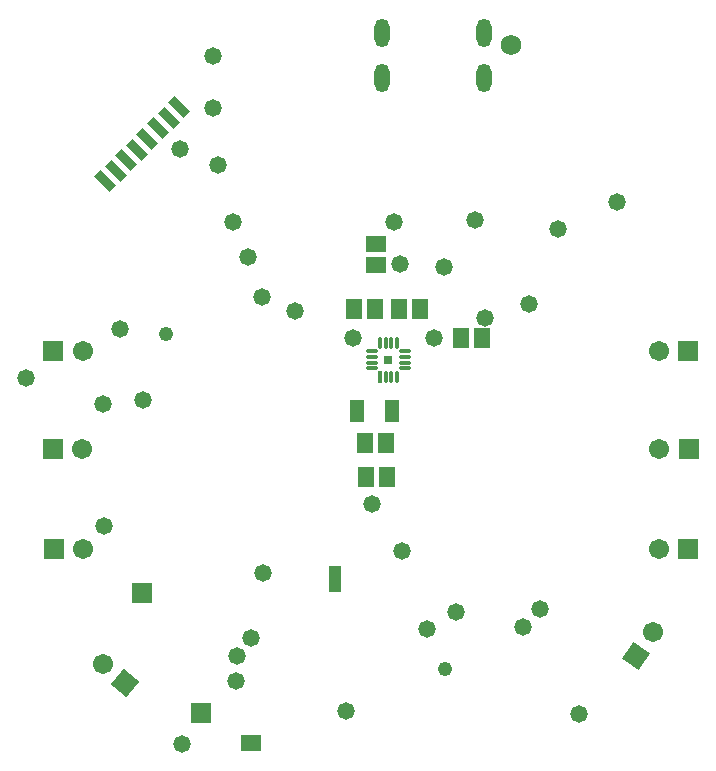
<source format=gbr>
%TF.GenerationSoftware,Altium Limited,Altium Designer,22.2.1 (43)*%
G04 Layer_Color=16711935*
%FSLAX45Y45*%
%MOMM*%
%TF.SameCoordinates,E85C5352-B1E5-4D08-830E-0896481A3A09*%
%TF.FilePolarity,Negative*%
%TF.FileFunction,Soldermask,Bot*%
%TF.Part,Single*%
G01*
G75*
%TA.AperFunction,SMDPad,CuDef*%
%ADD74R,1.67320X1.36320*%
%ADD75R,1.36320X1.67320*%
%ADD76R,1.17320X1.93320*%
%ADD77R,0.35306X1.06319*%
%ADD78R,0.71120X0.71120*%
G04:AMPARAMS|DCode=79|XSize=1.0632mm|YSize=0.3532mm|CornerRadius=0.1391mm|HoleSize=0mm|Usage=FLASHONLY|Rotation=90.000|XOffset=0mm|YOffset=0mm|HoleType=Round|Shape=RoundedRectangle|*
%AMROUNDEDRECTD79*
21,1,1.06320,0.07500,0,0,90.0*
21,1,0.78500,0.35320,0,0,90.0*
1,1,0.27820,0.03750,0.39250*
1,1,0.27820,0.03750,-0.39250*
1,1,0.27820,-0.03750,-0.39250*
1,1,0.27820,-0.03750,0.39250*
%
%ADD79ROUNDEDRECTD79*%
G04:AMPARAMS|DCode=80|XSize=1.0632mm|YSize=0.3532mm|CornerRadius=0.1391mm|HoleSize=0mm|Usage=FLASHONLY|Rotation=0.000|XOffset=0mm|YOffset=0mm|HoleType=Round|Shape=RoundedRectangle|*
%AMROUNDEDRECTD80*
21,1,1.06320,0.07500,0,0,0.0*
21,1,0.78500,0.35320,0,0,0.0*
1,1,0.27820,0.39250,-0.03750*
1,1,0.27820,-0.39250,-0.03750*
1,1,0.27820,-0.39250,0.03750*
1,1,0.27820,0.39250,0.03750*
%
%ADD80ROUNDEDRECTD80*%
%ADD81R,1.34320X1.67320*%
%TA.AperFunction,ComponentPad*%
%ADD82O,1.30320X2.40320*%
%ADD83C,1.71120*%
%ADD84R,1.71120X1.71120*%
%ADD85P,2.42000X4X365.0*%
%ADD86R,1.10320X2.20320*%
%ADD87P,2.42000X4X280.0*%
%TA.AperFunction,ViaPad*%
%ADD88C,1.72720*%
%TA.AperFunction,ComponentPad*%
G04:AMPARAMS|DCode=89|XSize=1.8032mm|YSize=0.8032mm|CornerRadius=0mm|HoleSize=0mm|Usage=FLASHONLY|Rotation=135.000|XOffset=0mm|YOffset=0mm|HoleType=Round|Shape=Rectangle|*
%AMROTATEDRECTD89*
4,1,4,0.92150,-0.35356,0.35356,-0.92150,-0.92150,0.35356,-0.35356,0.92150,0.92150,-0.35356,0.0*
%
%ADD89ROTATEDRECTD89*%

%ADD90R,1.70320X1.70320*%
%ADD91R,1.70320X1.70320*%
%ADD92R,1.70320X1.45320*%
%TA.AperFunction,ViaPad*%
%ADD93C,1.47320*%
%ADD94C,1.21920*%
D74*
X10436860Y9792600D02*
D03*
Y9968600D02*
D03*
D75*
X11159120Y9177020D02*
D03*
X11335120D02*
D03*
X10343780Y8282940D02*
D03*
X10519780D02*
D03*
X10353940Y7993380D02*
D03*
X10529940D02*
D03*
D76*
X10273620Y8554720D02*
D03*
X10569620D02*
D03*
D77*
X10465999Y8848100D02*
D03*
D78*
X10541000Y8991600D02*
D03*
D79*
X10616001Y8848100D02*
D03*
X10565999D02*
D03*
X10516001D02*
D03*
X10465999Y9135100D02*
D03*
X10516001D02*
D03*
X10565999D02*
D03*
X10616001D02*
D03*
D80*
X10397500Y8916599D02*
D03*
Y8966601D02*
D03*
Y9016599D02*
D03*
Y9066601D02*
D03*
X10684500D02*
D03*
Y9016599D02*
D03*
Y8966601D02*
D03*
Y8916599D02*
D03*
D81*
X10248798Y9423400D02*
D03*
X10426802D02*
D03*
X10807802D02*
D03*
X10629798D02*
D03*
D82*
X11351860Y11379580D02*
D03*
X10487860D02*
D03*
X11351860Y11759580D02*
D03*
X10487860D02*
D03*
D83*
X7950200Y8232140D02*
D03*
X8122920Y6410960D02*
D03*
X12783820Y6685707D02*
D03*
X12830998Y9067800D02*
D03*
X12834082Y8238058D02*
D03*
X12830998Y7391400D02*
D03*
X7950738Y9067800D02*
D03*
X7955280Y7386320D02*
D03*
D84*
X7700198Y8232140D02*
D03*
X13081000Y9067800D02*
D03*
X13084077Y8238058D02*
D03*
X13081000Y7391400D02*
D03*
X7700742Y9067800D02*
D03*
X7705278Y7386320D02*
D03*
D85*
X8314431Y6250263D02*
D03*
D86*
X10087905Y7135541D02*
D03*
D87*
X12640427Y6480917D02*
D03*
D88*
X11574780Y11650980D02*
D03*
D89*
X8320136Y10679796D02*
D03*
X8409940Y10769600D02*
D03*
X8499744Y10859404D02*
D03*
X8589543Y10949203D02*
D03*
X8679348Y11039008D02*
D03*
X8769152Y11128812D02*
D03*
X8230321Y10589981D02*
D03*
X8142331Y10501991D02*
D03*
D90*
X8458200Y7015480D02*
D03*
D91*
X8953500Y5999480D02*
D03*
D92*
X9374480Y5742280D02*
D03*
D93*
X11729720Y9464040D02*
D03*
X10924540Y9171940D02*
D03*
X8465820Y8648700D02*
D03*
X8128000Y8613140D02*
D03*
X7470140Y8836660D02*
D03*
X8790331Y5737156D02*
D03*
X9101379Y10638020D02*
D03*
X8775700Y10777220D02*
D03*
X11973560Y10093960D02*
D03*
X12473188Y10329448D02*
D03*
X9471660Y9519920D02*
D03*
X9481820Y7185660D02*
D03*
X9350015Y9857668D02*
D03*
X9380220Y6631940D02*
D03*
X9225280Y10157460D02*
D03*
X9253479Y6273541D02*
D03*
X9262229Y6480805D02*
D03*
X9057640Y11559540D02*
D03*
X9055100Y11117580D02*
D03*
X11275060Y10175240D02*
D03*
X10591800Y10160000D02*
D03*
X11008360Y9776460D02*
D03*
X10657840Y7371080D02*
D03*
X10871200Y6713220D02*
D03*
X11681440Y6731000D02*
D03*
X11112500Y6855460D02*
D03*
X10640060Y9799320D02*
D03*
X10403840Y7769860D02*
D03*
X8135620Y7578882D02*
D03*
X8270240Y9250202D02*
D03*
X9745980Y9403080D02*
D03*
X10243820Y9174480D02*
D03*
X12153900Y5994400D02*
D03*
X11823700Y6878320D02*
D03*
X11358880Y9347200D02*
D03*
X10185400Y6014720D02*
D03*
D94*
X8661400Y9210040D02*
D03*
X11015980Y6375400D02*
D03*
%TF.MD5,5fe76e66c71ebfc8597bfe42154903c8*%
M02*

</source>
